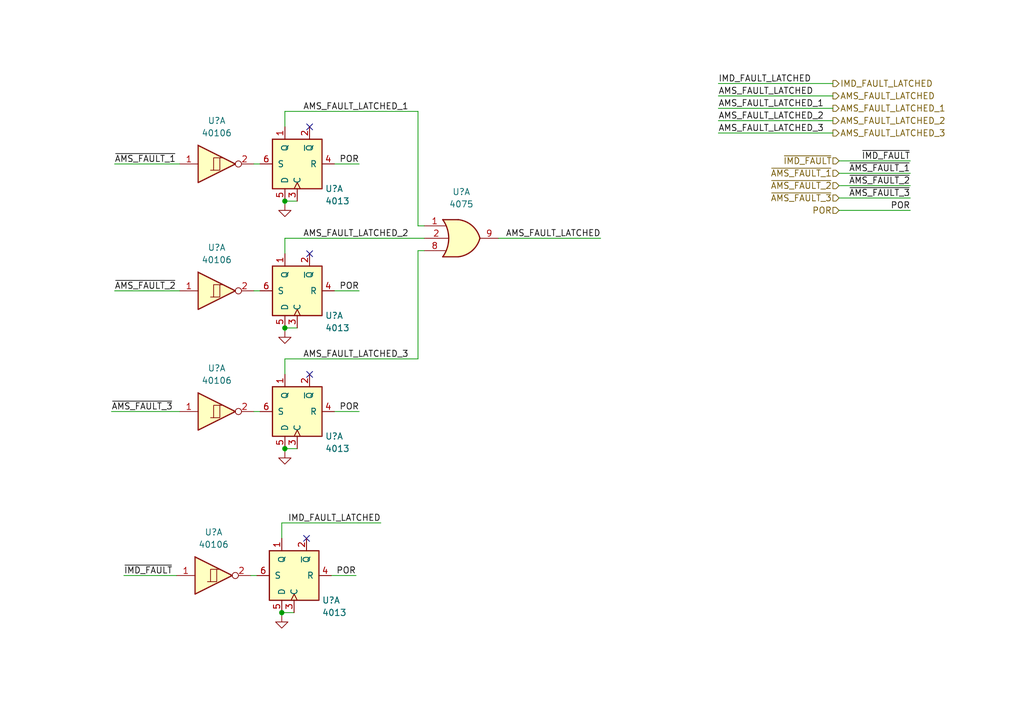
<source format=kicad_sch>
(kicad_sch (version 20211123) (generator eeschema)

  (uuid 3968f10b-7813-46ad-b30a-e2fc13813741)

  (paper "A5")

  (lib_symbols
    (symbol "4xxx:40106" (pin_names (offset 1.016)) (in_bom yes) (on_board yes)
      (property "Reference" "U" (id 0) (at 0 1.27 0)
        (effects (font (size 1.27 1.27)))
      )
      (property "Value" "40106" (id 1) (at 0 -1.27 0)
        (effects (font (size 1.27 1.27)))
      )
      (property "Footprint" "" (id 2) (at 0 0 0)
        (effects (font (size 1.27 1.27)) hide)
      )
      (property "Datasheet" "https://assets.nexperia.com/documents/data-sheet/HEF40106B.pdf" (id 3) (at 0 0 0)
        (effects (font (size 1.27 1.27)) hide)
      )
      (property "ki_locked" "" (id 4) (at 0 0 0)
        (effects (font (size 1.27 1.27)))
      )
      (property "ki_keywords" "CMOS" (id 5) (at 0 0 0)
        (effects (font (size 1.27 1.27)) hide)
      )
      (property "ki_description" "Hex Schmitt trigger inverter" (id 6) (at 0 0 0)
        (effects (font (size 1.27 1.27)) hide)
      )
      (property "ki_fp_filters" "DIP?14*" (id 7) (at 0 0 0)
        (effects (font (size 1.27 1.27)) hide)
      )
      (symbol "40106_1_0"
        (polyline
          (pts
            (xy -0.635 -1.27)
            (xy -0.635 1.27)
            (xy 0.635 1.27)
          )
          (stroke (width 0) (type default) (color 0 0 0 0))
          (fill (type none))
        )
        (polyline
          (pts
            (xy -3.81 3.81)
            (xy -3.81 -3.81)
            (xy 3.81 0)
            (xy -3.81 3.81)
          )
          (stroke (width 0.254) (type default) (color 0 0 0 0))
          (fill (type background))
        )
        (polyline
          (pts
            (xy -1.27 -1.27)
            (xy 0.635 -1.27)
            (xy 0.635 1.27)
            (xy 1.27 1.27)
          )
          (stroke (width 0) (type default) (color 0 0 0 0))
          (fill (type none))
        )
        (pin input line (at -7.62 0 0) (length 3.81)
          (name "~" (effects (font (size 1.27 1.27))))
          (number "1" (effects (font (size 1.27 1.27))))
        )
        (pin output inverted (at 7.62 0 180) (length 3.81)
          (name "~" (effects (font (size 1.27 1.27))))
          (number "2" (effects (font (size 1.27 1.27))))
        )
      )
      (symbol "40106_2_0"
        (polyline
          (pts
            (xy -0.635 -1.27)
            (xy -0.635 1.27)
            (xy 0.635 1.27)
          )
          (stroke (width 0) (type default) (color 0 0 0 0))
          (fill (type none))
        )
        (polyline
          (pts
            (xy -3.81 3.81)
            (xy -3.81 -3.81)
            (xy 3.81 0)
            (xy -3.81 3.81)
          )
          (stroke (width 0.254) (type default) (color 0 0 0 0))
          (fill (type background))
        )
        (polyline
          (pts
            (xy -1.27 -1.27)
            (xy 0.635 -1.27)
            (xy 0.635 1.27)
            (xy 1.27 1.27)
          )
          (stroke (width 0) (type default) (color 0 0 0 0))
          (fill (type none))
        )
        (pin input line (at -7.62 0 0) (length 3.81)
          (name "~" (effects (font (size 1.27 1.27))))
          (number "3" (effects (font (size 1.27 1.27))))
        )
        (pin output inverted (at 7.62 0 180) (length 3.81)
          (name "~" (effects (font (size 1.27 1.27))))
          (number "4" (effects (font (size 1.27 1.27))))
        )
      )
      (symbol "40106_3_0"
        (polyline
          (pts
            (xy -0.635 -1.27)
            (xy -0.635 1.27)
            (xy 0.635 1.27)
          )
          (stroke (width 0) (type default) (color 0 0 0 0))
          (fill (type none))
        )
        (polyline
          (pts
            (xy -3.81 3.81)
            (xy -3.81 -3.81)
            (xy 3.81 0)
            (xy -3.81 3.81)
          )
          (stroke (width 0.254) (type default) (color 0 0 0 0))
          (fill (type background))
        )
        (polyline
          (pts
            (xy -1.27 -1.27)
            (xy 0.635 -1.27)
            (xy 0.635 1.27)
            (xy 1.27 1.27)
          )
          (stroke (width 0) (type default) (color 0 0 0 0))
          (fill (type none))
        )
        (pin input line (at -7.62 0 0) (length 3.81)
          (name "~" (effects (font (size 1.27 1.27))))
          (number "5" (effects (font (size 1.27 1.27))))
        )
        (pin output inverted (at 7.62 0 180) (length 3.81)
          (name "~" (effects (font (size 1.27 1.27))))
          (number "6" (effects (font (size 1.27 1.27))))
        )
      )
      (symbol "40106_4_0"
        (polyline
          (pts
            (xy -0.635 -1.27)
            (xy -0.635 1.27)
            (xy 0.635 1.27)
          )
          (stroke (width 0) (type default) (color 0 0 0 0))
          (fill (type none))
        )
        (polyline
          (pts
            (xy -3.81 3.81)
            (xy -3.81 -3.81)
            (xy 3.81 0)
            (xy -3.81 3.81)
          )
          (stroke (width 0.254) (type default) (color 0 0 0 0))
          (fill (type background))
        )
        (polyline
          (pts
            (xy -1.27 -1.27)
            (xy 0.635 -1.27)
            (xy 0.635 1.27)
            (xy 1.27 1.27)
          )
          (stroke (width 0) (type default) (color 0 0 0 0))
          (fill (type none))
        )
        (pin output inverted (at 7.62 0 180) (length 3.81)
          (name "~" (effects (font (size 1.27 1.27))))
          (number "8" (effects (font (size 1.27 1.27))))
        )
        (pin input line (at -7.62 0 0) (length 3.81)
          (name "~" (effects (font (size 1.27 1.27))))
          (number "9" (effects (font (size 1.27 1.27))))
        )
      )
      (symbol "40106_5_0"
        (polyline
          (pts
            (xy -0.635 -1.27)
            (xy -0.635 1.27)
            (xy 0.635 1.27)
          )
          (stroke (width 0) (type default) (color 0 0 0 0))
          (fill (type none))
        )
        (polyline
          (pts
            (xy -3.81 3.81)
            (xy -3.81 -3.81)
            (xy 3.81 0)
            (xy -3.81 3.81)
          )
          (stroke (width 0.254) (type default) (color 0 0 0 0))
          (fill (type background))
        )
        (polyline
          (pts
            (xy -1.27 -1.27)
            (xy 0.635 -1.27)
            (xy 0.635 1.27)
            (xy 1.27 1.27)
          )
          (stroke (width 0) (type default) (color 0 0 0 0))
          (fill (type none))
        )
        (pin output inverted (at 7.62 0 180) (length 3.81)
          (name "~" (effects (font (size 1.27 1.27))))
          (number "10" (effects (font (size 1.27 1.27))))
        )
        (pin input line (at -7.62 0 0) (length 3.81)
          (name "~" (effects (font (size 1.27 1.27))))
          (number "11" (effects (font (size 1.27 1.27))))
        )
      )
      (symbol "40106_6_0"
        (polyline
          (pts
            (xy -0.635 -1.27)
            (xy -0.635 1.27)
            (xy 0.635 1.27)
          )
          (stroke (width 0) (type default) (color 0 0 0 0))
          (fill (type none))
        )
        (polyline
          (pts
            (xy -3.81 3.81)
            (xy -3.81 -3.81)
            (xy 3.81 0)
            (xy -3.81 3.81)
          )
          (stroke (width 0.254) (type default) (color 0 0 0 0))
          (fill (type background))
        )
        (polyline
          (pts
            (xy -1.27 -1.27)
            (xy 0.635 -1.27)
            (xy 0.635 1.27)
            (xy 1.27 1.27)
          )
          (stroke (width 0) (type default) (color 0 0 0 0))
          (fill (type none))
        )
        (pin output inverted (at 7.62 0 180) (length 3.81)
          (name "~" (effects (font (size 1.27 1.27))))
          (number "12" (effects (font (size 1.27 1.27))))
        )
        (pin input line (at -7.62 0 0) (length 3.81)
          (name "~" (effects (font (size 1.27 1.27))))
          (number "13" (effects (font (size 1.27 1.27))))
        )
      )
      (symbol "40106_7_0"
        (pin power_in line (at 0 12.7 270) (length 5.08)
          (name "VDD" (effects (font (size 1.27 1.27))))
          (number "14" (effects (font (size 1.27 1.27))))
        )
        (pin power_in line (at 0 -12.7 90) (length 5.08)
          (name "VSS" (effects (font (size 1.27 1.27))))
          (number "7" (effects (font (size 1.27 1.27))))
        )
      )
      (symbol "40106_7_1"
        (rectangle (start -5.08 7.62) (end 5.08 -7.62)
          (stroke (width 0.254) (type default) (color 0 0 0 0))
          (fill (type background))
        )
      )
    )
    (symbol "4xxx:4013" (pin_names (offset 1.016)) (in_bom yes) (on_board yes)
      (property "Reference" "U" (id 0) (at -7.62 8.89 0)
        (effects (font (size 1.27 1.27)))
      )
      (property "Value" "4013" (id 1) (at -7.62 -8.89 0)
        (effects (font (size 1.27 1.27)))
      )
      (property "Footprint" "" (id 2) (at 0 0 0)
        (effects (font (size 1.27 1.27)) hide)
      )
      (property "Datasheet" "http://www.onsemi.com/pub/Collateral/MC14013B-D.PDF" (id 3) (at 0 0 0)
        (effects (font (size 1.27 1.27)) hide)
      )
      (property "ki_locked" "" (id 4) (at 0 0 0)
        (effects (font (size 1.27 1.27)))
      )
      (property "ki_keywords" "CMOS DFF" (id 5) (at 0 0 0)
        (effects (font (size 1.27 1.27)) hide)
      )
      (property "ki_description" "Dual D  FlipFlop, Set & reset" (id 6) (at 0 0 0)
        (effects (font (size 1.27 1.27)) hide)
      )
      (property "ki_fp_filters" "DIP*W7.62mm* SOIC*3.9x9.9mm*P1.27mm* TSSOP*4.4x5mm*P0.65mm*" (id 7) (at 0 0 0)
        (effects (font (size 1.27 1.27)) hide)
      )
      (symbol "4013_1_1"
        (rectangle (start -5.08 5.08) (end 5.08 -5.08)
          (stroke (width 0.254) (type default) (color 0 0 0 0))
          (fill (type background))
        )
        (pin output line (at 7.62 2.54 180) (length 2.54)
          (name "Q" (effects (font (size 1.27 1.27))))
          (number "1" (effects (font (size 1.27 1.27))))
        )
        (pin output line (at 7.62 -2.54 180) (length 2.54)
          (name "~{Q}" (effects (font (size 1.27 1.27))))
          (number "2" (effects (font (size 1.27 1.27))))
        )
        (pin input clock (at -7.62 0 0) (length 2.54)
          (name "C" (effects (font (size 1.27 1.27))))
          (number "3" (effects (font (size 1.27 1.27))))
        )
        (pin input line (at 0 -7.62 90) (length 2.54)
          (name "R" (effects (font (size 1.27 1.27))))
          (number "4" (effects (font (size 1.27 1.27))))
        )
        (pin input line (at -7.62 2.54 0) (length 2.54)
          (name "D" (effects (font (size 1.27 1.27))))
          (number "5" (effects (font (size 1.27 1.27))))
        )
        (pin input line (at 0 7.62 270) (length 2.54)
          (name "S" (effects (font (size 1.27 1.27))))
          (number "6" (effects (font (size 1.27 1.27))))
        )
      )
      (symbol "4013_2_1"
        (rectangle (start -5.08 5.08) (end 5.08 -5.08)
          (stroke (width 0.254) (type default) (color 0 0 0 0))
          (fill (type background))
        )
        (pin input line (at 0 -7.62 90) (length 2.54)
          (name "R" (effects (font (size 1.27 1.27))))
          (number "10" (effects (font (size 1.27 1.27))))
        )
        (pin input clock (at -7.62 0 0) (length 2.54)
          (name "C" (effects (font (size 1.27 1.27))))
          (number "11" (effects (font (size 1.27 1.27))))
        )
        (pin output line (at 7.62 -2.54 180) (length 2.54)
          (name "~{Q}" (effects (font (size 1.27 1.27))))
          (number "12" (effects (font (size 1.27 1.27))))
        )
        (pin output line (at 7.62 2.54 180) (length 2.54)
          (name "Q" (effects (font (size 1.27 1.27))))
          (number "13" (effects (font (size 1.27 1.27))))
        )
        (pin input line (at 0 7.62 270) (length 2.54)
          (name "S" (effects (font (size 1.27 1.27))))
          (number "8" (effects (font (size 1.27 1.27))))
        )
        (pin input line (at -7.62 2.54 0) (length 2.54)
          (name "D" (effects (font (size 1.27 1.27))))
          (number "9" (effects (font (size 1.27 1.27))))
        )
      )
      (symbol "4013_3_0"
        (pin power_in line (at 0 10.16 270) (length 2.54)
          (name "VDD" (effects (font (size 1.27 1.27))))
          (number "14" (effects (font (size 1.27 1.27))))
        )
        (pin power_in line (at 0 -10.16 90) (length 2.54)
          (name "VSS" (effects (font (size 1.27 1.27))))
          (number "7" (effects (font (size 1.27 1.27))))
        )
      )
      (symbol "4013_3_1"
        (rectangle (start -5.08 7.62) (end 5.08 -7.62)
          (stroke (width 0.254) (type default) (color 0 0 0 0))
          (fill (type background))
        )
      )
    )
    (symbol "4xxx:4075" (pin_names (offset 1.016)) (in_bom yes) (on_board yes)
      (property "Reference" "U" (id 0) (at 0 1.27 0)
        (effects (font (size 1.27 1.27)))
      )
      (property "Value" "4075" (id 1) (at 0 -1.27 0)
        (effects (font (size 1.27 1.27)))
      )
      (property "Footprint" "" (id 2) (at 0 0 0)
        (effects (font (size 1.27 1.27)) hide)
      )
      (property "Datasheet" "http://www.intersil.com/content/dam/Intersil/documents/cd40/cd4071bms-72bms-75bms.pdf" (id 3) (at 0 0 0)
        (effects (font (size 1.27 1.27)) hide)
      )
      (property "ki_locked" "" (id 4) (at 0 0 0)
        (effects (font (size 1.27 1.27)))
      )
      (property "ki_keywords" "CMOS Or3" (id 5) (at 0 0 0)
        (effects (font (size 1.27 1.27)) hide)
      )
      (property "ki_description" "Triple Or 3 inputs" (id 6) (at 0 0 0)
        (effects (font (size 1.27 1.27)) hide)
      )
      (property "ki_fp_filters" "DIP?14*" (id 7) (at 0 0 0)
        (effects (font (size 1.27 1.27)) hide)
      )
      (symbol "4075_1_1"
        (arc (start -3.81 -3.81) (mid -2.589 0) (end -3.81 3.81)
          (stroke (width 0.254) (type default) (color 0 0 0 0))
          (fill (type none))
        )
        (arc (start -0.6096 -3.81) (mid 2.1855 -2.584) (end 3.81 0)
          (stroke (width 0.254) (type default) (color 0 0 0 0))
          (fill (type background))
        )
        (polyline
          (pts
            (xy -3.81 -3.81)
            (xy -0.635 -3.81)
          )
          (stroke (width 0.254) (type default) (color 0 0 0 0))
          (fill (type background))
        )
        (polyline
          (pts
            (xy -3.81 3.81)
            (xy -0.635 3.81)
          )
          (stroke (width 0.254) (type default) (color 0 0 0 0))
          (fill (type background))
        )
        (polyline
          (pts
            (xy -0.635 3.81)
            (xy -3.81 3.81)
            (xy -3.81 3.81)
            (xy -3.556 3.4036)
            (xy -3.0226 2.2606)
            (xy -2.6924 1.0414)
            (xy -2.6162 -0.254)
            (xy -2.7686 -1.4986)
            (xy -3.175 -2.7178)
            (xy -3.81 -3.81)
            (xy -3.81 -3.81)
            (xy -0.635 -3.81)
          )
          (stroke (width -25.4) (type default) (color 0 0 0 0))
          (fill (type background))
        )
        (arc (start 3.81 0) (mid 2.1928 2.5925) (end -0.6096 3.81)
          (stroke (width 0.254) (type default) (color 0 0 0 0))
          (fill (type background))
        )
        (pin input line (at -7.62 2.54 0) (length 4.318)
          (name "~" (effects (font (size 1.27 1.27))))
          (number "1" (effects (font (size 1.27 1.27))))
        )
        (pin input line (at -7.62 0 0) (length 4.953)
          (name "~" (effects (font (size 1.27 1.27))))
          (number "2" (effects (font (size 1.27 1.27))))
        )
        (pin input line (at -7.62 -2.54 0) (length 4.318)
          (name "~" (effects (font (size 1.27 1.27))))
          (number "8" (effects (font (size 1.27 1.27))))
        )
        (pin output line (at 7.62 0 180) (length 3.81)
          (name "~" (effects (font (size 1.27 1.27))))
          (number "9" (effects (font (size 1.27 1.27))))
        )
      )
      (symbol "4075_1_2"
        (arc (start 0 -3.81) (mid 3.81 0) (end 0 3.81)
          (stroke (width 0.254) (type default) (color 0 0 0 0))
          (fill (type background))
        )
        (polyline
          (pts
            (xy 0 3.81)
            (xy -3.81 3.81)
            (xy -3.81 -3.81)
            (xy 0 -3.81)
          )
          (stroke (width 0.254) (type default) (color 0 0 0 0))
          (fill (type background))
        )
        (pin input inverted (at -7.62 2.54 0) (length 3.81)
          (name "~" (effects (font (size 1.27 1.27))))
          (number "1" (effects (font (size 1.27 1.27))))
        )
        (pin input inverted (at -7.62 0 0) (length 3.81)
          (name "~" (effects (font (size 1.27 1.27))))
          (number "2" (effects (font (size 1.27 1.27))))
        )
        (pin input inverted (at -7.62 -2.54 0) (length 3.81)
          (name "~" (effects (font (size 1.27 1.27))))
          (number "8" (effects (font (size 1.27 1.27))))
        )
        (pin output inverted (at 7.62 0 180) (length 3.81)
          (name "~" (effects (font (size 1.27 1.27))))
          (number "9" (effects (font (size 1.27 1.27))))
        )
      )
      (symbol "4075_2_1"
        (arc (start -3.81 -3.81) (mid -2.589 0) (end -3.81 3.81)
          (stroke (width 0.254) (type default) (color 0 0 0 0))
          (fill (type none))
        )
        (arc (start -0.6096 -3.81) (mid 2.1855 -2.584) (end 3.81 0)
          (stroke (width 0.254) (type default) (color 0 0 0 0))
          (fill (type background))
        )
        (polyline
          (pts
            (xy -3.81 -3.81)
            (xy -0.635 -3.81)
          )
          (stroke (width 0.254) (type default) (color 0 0 0 0))
          (fill (type background))
        )
        (polyline
          (pts
            (xy -3.81 3.81)
            (xy -0.635 3.81)
          )
          (stroke (width 0.254) (type default) (color 0 0 0 0))
          (fill (type background))
        )
        (polyline
          (pts
            (xy -0.635 3.81)
            (xy -3.81 3.81)
            (xy -3.81 3.81)
            (xy -3.556 3.4036)
            (xy -3.0226 2.2606)
            (xy -2.6924 1.0414)
            (xy -2.6162 -0.254)
            (xy -2.7686 -1.4986)
            (xy -3.175 -2.7178)
            (xy -3.81 -3.81)
            (xy -3.81 -3.81)
            (xy -0.635 -3.81)
          )
          (stroke (width -25.4) (type default) (color 0 0 0 0))
          (fill (type background))
        )
        (arc (start 3.81 0) (mid 2.1928 2.5925) (end -0.6096 3.81)
          (stroke (width 0.254) (type default) (color 0 0 0 0))
          (fill (type background))
        )
        (pin input line (at -7.62 2.54 0) (length 4.318)
          (name "~" (effects (font (size 1.27 1.27))))
          (number "3" (effects (font (size 1.27 1.27))))
        )
        (pin input line (at -7.62 0 0) (length 4.953)
          (name "~" (effects (font (size 1.27 1.27))))
          (number "4" (effects (font (size 1.27 1.27))))
        )
        (pin input line (at -7.62 -2.54 0) (length 4.318)
          (name "~" (effects (font (size 1.27 1.27))))
          (number "5" (effects (font (size 1.27 1.27))))
        )
        (pin output line (at 7.62 0 180) (length 3.81)
          (name "~" (effects (font (size 1.27 1.27))))
          (number "6" (effects (font (size 1.27 1.27))))
        )
      )
      (symbol "4075_2_2"
        (arc (start 0 -3.81) (mid 3.81 0) (end 0 3.81)
          (stroke (width 0.254) (type default) (color 0 0 0 0))
          (fill (type background))
        )
        (polyline
          (pts
            (xy 0 3.81)
            (xy -3.81 3.81)
            (xy -3.81 -3.81)
            (xy 0 -3.81)
          )
          (stroke (width 0.254) (type default) (color 0 0 0 0))
          (fill (type background))
        )
        (pin input inverted (at -7.62 2.54 0) (length 3.81)
          (name "~" (effects (font (size 1.27 1.27))))
          (number "3" (effects (font (size 1.27 1.27))))
        )
        (pin input inverted (at -7.62 0 0) (length 3.81)
          (name "~" (effects (font (size 1.27 1.27))))
          (number "4" (effects (font (size 1.27 1.27))))
        )
        (pin input inverted (at -7.62 -2.54 0) (length 3.81)
          (name "~" (effects (font (size 1.27 1.27))))
          (number "5" (effects (font (size 1.27 1.27))))
        )
        (pin output inverted (at 7.62 0 180) (length 3.81)
          (name "~" (effects (font (size 1.27 1.27))))
          (number "6" (effects (font (size 1.27 1.27))))
        )
      )
      (symbol "4075_3_1"
        (arc (start -3.81 -3.81) (mid -2.589 0) (end -3.81 3.81)
          (stroke (width 0.254) (type default) (color 0 0 0 0))
          (fill (type none))
        )
        (arc (start -0.6096 -3.81) (mid 2.1855 -2.584) (end 3.81 0)
          (stroke (width 0.254) (type default) (color 0 0 0 0))
          (fill (type background))
        )
        (polyline
          (pts
            (xy -3.81 -3.81)
            (xy -0.635 -3.81)
          )
          (stroke (width 0.254) (type default) (color 0 0 0 0))
          (fill (type background))
        )
        (polyline
          (pts
            (xy -3.81 3.81)
            (xy -0.635 3.81)
          )
          (stroke (width 0.254) (type default) (color 0 0 0 0))
          (fill (type background))
        )
        (polyline
          (pts
            (xy -0.635 3.81)
            (xy -3.81 3.81)
            (xy -3.81 3.81)
            (xy -3.556 3.4036)
            (xy -3.0226 2.2606)
            (xy -2.6924 1.0414)
            (xy -2.6162 -0.254)
            (xy -2.7686 -1.4986)
            (xy -3.175 -2.7178)
            (xy -3.81 -3.81)
            (xy -3.81 -3.81)
            (xy -0.635 -3.81)
          )
          (stroke (width -25.4) (type default) (color 0 0 0 0))
          (fill (type background))
        )
        (arc (start 3.81 0) (mid 2.1928 2.5925) (end -0.6096 3.81)
          (stroke (width 0.254) (type default) (color 0 0 0 0))
          (fill (type background))
        )
        (pin output line (at 7.62 0 180) (length 3.81)
          (name "~" (effects (font (size 1.27 1.27))))
          (number "10" (effects (font (size 1.27 1.27))))
        )
        (pin input line (at -7.62 2.54 0) (length 4.318)
          (name "~" (effects (font (size 1.27 1.27))))
          (number "11" (effects (font (size 1.27 1.27))))
        )
        (pin input line (at -7.62 0 0) (length 4.953)
          (name "~" (effects (font (size 1.27 1.27))))
          (number "12" (effects (font (size 1.27 1.27))))
        )
        (pin input line (at -7.62 -2.54 0) (length 4.318)
          (name "~" (effects (font (size 1.27 1.27))))
          (number "13" (effects (font (size 1.27 1.27))))
        )
      )
      (symbol "4075_3_2"
        (arc (start 0 -3.81) (mid 3.81 0) (end 0 3.81)
          (stroke (width 0.254) (type default) (color 0 0 0 0))
          (fill (type background))
        )
        (polyline
          (pts
            (xy 0 3.81)
            (xy -3.81 3.81)
            (xy -3.81 -3.81)
            (xy 0 -3.81)
          )
          (stroke (width 0.254) (type default) (color 0 0 0 0))
          (fill (type background))
        )
        (pin output inverted (at 7.62 0 180) (length 3.81)
          (name "~" (effects (font (size 1.27 1.27))))
          (number "10" (effects (font (size 1.27 1.27))))
        )
        (pin input inverted (at -7.62 2.54 0) (length 3.81)
          (name "~" (effects (font (size 1.27 1.27))))
          (number "11" (effects (font (size 1.27 1.27))))
        )
        (pin input inverted (at -7.62 0 0) (length 3.81)
          (name "~" (effects (font (size 1.27 1.27))))
          (number "12" (effects (font (size 1.27 1.27))))
        )
        (pin input inverted (at -7.62 -2.54 0) (length 3.81)
          (name "~" (effects (font (size 1.27 1.27))))
          (number "13" (effects (font (size 1.27 1.27))))
        )
      )
      (symbol "4075_4_0"
        (pin power_in line (at 0 12.7 270) (length 5.08)
          (name "VDD" (effects (font (size 1.27 1.27))))
          (number "14" (effects (font (size 1.27 1.27))))
        )
        (pin power_in line (at 0 -12.7 90) (length 5.08)
          (name "VSS" (effects (font (size 1.27 1.27))))
          (number "7" (effects (font (size 1.27 1.27))))
        )
      )
      (symbol "4075_4_1"
        (rectangle (start -5.08 7.62) (end 5.08 -7.62)
          (stroke (width 0.254) (type default) (color 0 0 0 0))
          (fill (type background))
        )
      )
    )
    (symbol "power:GND" (power) (pin_names (offset 0)) (in_bom yes) (on_board yes)
      (property "Reference" "#PWR" (id 0) (at 0 -6.35 0)
        (effects (font (size 1.27 1.27)) hide)
      )
      (property "Value" "GND" (id 1) (at 0 -3.81 0)
        (effects (font (size 1.27 1.27)))
      )
      (property "Footprint" "" (id 2) (at 0 0 0)
        (effects (font (size 1.27 1.27)) hide)
      )
      (property "Datasheet" "" (id 3) (at 0 0 0)
        (effects (font (size 1.27 1.27)) hide)
      )
      (property "ki_keywords" "power-flag" (id 4) (at 0 0 0)
        (effects (font (size 1.27 1.27)) hide)
      )
      (property "ki_description" "Power symbol creates a global label with name \"GND\" , ground" (id 5) (at 0 0 0)
        (effects (font (size 1.27 1.27)) hide)
      )
      (symbol "GND_0_1"
        (polyline
          (pts
            (xy 0 0)
            (xy 0 -1.27)
            (xy 1.27 -1.27)
            (xy 0 -2.54)
            (xy -1.27 -1.27)
            (xy 0 -1.27)
          )
          (stroke (width 0) (type default) (color 0 0 0 0))
          (fill (type none))
        )
      )
      (symbol "GND_1_1"
        (pin power_in line (at 0 0 270) (length 0) hide
          (name "GND" (effects (font (size 1.27 1.27))))
          (number "1" (effects (font (size 1.27 1.27))))
        )
      )
    )
  )

  (junction (at 58.42 41.275) (diameter 0) (color 0 0 0 0)
    (uuid 4c70ec1e-285d-4f51-aa33-36dc2abb72c4)
  )
  (junction (at 58.42 92.075) (diameter 0) (color 0 0 0 0)
    (uuid 9992eef9-318c-42d8-a308-f65d1bb4234a)
  )
  (junction (at 58.42 67.31) (diameter 0) (color 0 0 0 0)
    (uuid b2dbacfd-bfb0-4dc3-adbe-6d96f1b87089)
  )
  (junction (at 57.785 125.73) (diameter 0) (color 0 0 0 0)
    (uuid bab37cc9-e1c3-4cf4-acc5-690a6fcb4e62)
  )

  (no_connect (at 63.5 52.07) (uuid 57f64fd9-b4f4-4300-a24d-34504719aacd))
  (no_connect (at 63.5 76.835) (uuid 77379f5a-e532-42fe-9600-755cc2f6f924))
  (no_connect (at 62.865 110.49) (uuid d658262f-9ca0-4e73-a34e-d5582722e712))
  (no_connect (at 63.5 26.035) (uuid e54770fa-3858-4cb1-b94d-c30385666213))

  (wire (pts (xy 67.945 118.11) (xy 73.025 118.11))
    (stroke (width 0) (type default) (color 0 0 0 0))
    (uuid 043e57d0-859c-4e9b-9bd1-d1f90d738f96)
  )
  (wire (pts (xy 57.785 125.73) (xy 60.325 125.73))
    (stroke (width 0) (type default) (color 0 0 0 0))
    (uuid 0d338005-91ce-46a2-bf0f-fce8e56a988b)
  )
  (wire (pts (xy 102.235 48.895) (xy 123.19 48.895))
    (stroke (width 0) (type default) (color 0 0 0 0))
    (uuid 0d719214-8315-4f39-9a95-d27a22f5cda2)
  )
  (wire (pts (xy 58.42 52.07) (xy 58.42 48.895))
    (stroke (width 0) (type default) (color 0 0 0 0))
    (uuid 189918c2-9e32-4dff-be4e-34b539c75614)
  )
  (wire (pts (xy 23.495 33.655) (xy 36.83 33.655))
    (stroke (width 0) (type default) (color 0 0 0 0))
    (uuid 24681ba1-1bb2-4042-a06a-9e92a2c18837)
  )
  (wire (pts (xy 58.42 67.945) (xy 58.42 67.31))
    (stroke (width 0) (type default) (color 0 0 0 0))
    (uuid 298d5811-6de1-46d1-b8cd-19ef390dbd53)
  )
  (wire (pts (xy 85.725 22.86) (xy 85.725 46.355))
    (stroke (width 0) (type default) (color 0 0 0 0))
    (uuid 2a52d17c-e0a0-4819-b5bf-9e074c3b4789)
  )
  (wire (pts (xy 86.995 51.435) (xy 85.725 51.435))
    (stroke (width 0) (type default) (color 0 0 0 0))
    (uuid 2d7f20cc-ed76-4599-ae23-8f14052b9d0c)
  )
  (wire (pts (xy 58.42 73.66) (xy 85.725 73.66))
    (stroke (width 0) (type default) (color 0 0 0 0))
    (uuid 312b0f30-0f2e-4004-8787-d08032a7b555)
  )
  (wire (pts (xy 25.4 118.11) (xy 36.195 118.11))
    (stroke (width 0) (type default) (color 0 0 0 0))
    (uuid 363baedd-adc7-4bfb-8d25-a9b74cec097c)
  )
  (wire (pts (xy 52.07 33.655) (xy 53.34 33.655))
    (stroke (width 0) (type default) (color 0 0 0 0))
    (uuid 39b3d980-c5f1-4ecb-9386-42645ce62c4a)
  )
  (wire (pts (xy 85.725 51.435) (xy 85.725 73.66))
    (stroke (width 0) (type default) (color 0 0 0 0))
    (uuid 39ed92fc-a6ad-4bec-b5cb-7fb90bf971ea)
  )
  (wire (pts (xy 147.32 22.225) (xy 170.815 22.225))
    (stroke (width 0) (type default) (color 0 0 0 0))
    (uuid 3b8351c6-2e21-494f-b2b5-0a73709de55a)
  )
  (wire (pts (xy 58.42 48.895) (xy 86.995 48.895))
    (stroke (width 0) (type default) (color 0 0 0 0))
    (uuid 4050c97a-1e8a-4694-b652-d2a2bd82c011)
  )
  (wire (pts (xy 172.085 38.1) (xy 186.69 38.1))
    (stroke (width 0) (type default) (color 0 0 0 0))
    (uuid 49cffaac-61de-4f00-b5df-ae0d0e001d6a)
  )
  (wire (pts (xy 186.69 43.18) (xy 172.085 43.18))
    (stroke (width 0) (type default) (color 0 0 0 0))
    (uuid 5c608cd0-b21f-49b3-9bf1-06592885b732)
  )
  (wire (pts (xy 58.42 67.31) (xy 60.96 67.31))
    (stroke (width 0) (type default) (color 0 0 0 0))
    (uuid 624230bb-dbc2-4f85-82ad-945d9f68b71f)
  )
  (wire (pts (xy 172.085 33.02) (xy 186.69 33.02))
    (stroke (width 0) (type default) (color 0 0 0 0))
    (uuid 6821136e-4ae7-4ba3-96c1-3683b07c0e63)
  )
  (wire (pts (xy 58.42 41.91) (xy 58.42 41.275))
    (stroke (width 0) (type default) (color 0 0 0 0))
    (uuid 75679443-4802-4b5e-899a-6986df78197a)
  )
  (wire (pts (xy 58.42 26.035) (xy 58.42 22.86))
    (stroke (width 0) (type default) (color 0 0 0 0))
    (uuid 769b672c-40b9-4a78-9fec-752e951c33a7)
  )
  (wire (pts (xy 58.42 76.835) (xy 58.42 73.66))
    (stroke (width 0) (type default) (color 0 0 0 0))
    (uuid 7b69e13e-e4b5-4ddd-b193-b50825d825c8)
  )
  (wire (pts (xy 68.58 84.455) (xy 73.66 84.455))
    (stroke (width 0) (type default) (color 0 0 0 0))
    (uuid 82d2bebd-af29-43d2-98b2-4bd1ffd14f6b)
  )
  (wire (pts (xy 68.58 59.69) (xy 73.66 59.69))
    (stroke (width 0) (type default) (color 0 0 0 0))
    (uuid 8e280019-003d-4a2f-8dd9-c3837792fb0c)
  )
  (wire (pts (xy 57.785 107.315) (xy 78.105 107.315))
    (stroke (width 0) (type default) (color 0 0 0 0))
    (uuid a00b71e4-12c4-4d84-b147-46aba3478221)
  )
  (wire (pts (xy 52.07 59.69) (xy 53.34 59.69))
    (stroke (width 0) (type default) (color 0 0 0 0))
    (uuid a153462c-85ac-42a2-be58-f593cd8c8ae1)
  )
  (wire (pts (xy 22.86 84.455) (xy 36.83 84.455))
    (stroke (width 0) (type default) (color 0 0 0 0))
    (uuid a450ed0e-d3d2-49ab-85e8-038eeb1a4c10)
  )
  (wire (pts (xy 68.58 33.655) (xy 73.66 33.655))
    (stroke (width 0) (type default) (color 0 0 0 0))
    (uuid a48178ba-d97c-4f39-95d4-cdc5fe823f2a)
  )
  (wire (pts (xy 58.42 41.275) (xy 60.96 41.275))
    (stroke (width 0) (type default) (color 0 0 0 0))
    (uuid a5c55a35-acec-4907-b79d-78cea379e20d)
  )
  (wire (pts (xy 57.785 110.49) (xy 57.785 107.315))
    (stroke (width 0) (type default) (color 0 0 0 0))
    (uuid b0fdcd7f-6f40-480b-9ed2-bc29c6a00af3)
  )
  (wire (pts (xy 52.07 84.455) (xy 53.34 84.455))
    (stroke (width 0) (type default) (color 0 0 0 0))
    (uuid bf0c7b37-b111-48a7-9d54-756e69867d21)
  )
  (wire (pts (xy 23.495 59.69) (xy 36.83 59.69))
    (stroke (width 0) (type default) (color 0 0 0 0))
    (uuid c3a7005e-e6c2-4811-96cc-56345c692118)
  )
  (wire (pts (xy 172.085 35.56) (xy 186.69 35.56))
    (stroke (width 0) (type default) (color 0 0 0 0))
    (uuid c7cc8e7c-62fd-4758-be53-e596203db6e6)
  )
  (wire (pts (xy 147.32 17.145) (xy 170.815 17.145))
    (stroke (width 0) (type default) (color 0 0 0 0))
    (uuid c927a62b-5040-42bc-9abc-e66f2881fedc)
  )
  (wire (pts (xy 58.42 92.075) (xy 60.96 92.075))
    (stroke (width 0) (type default) (color 0 0 0 0))
    (uuid ca1a4266-8f33-4934-9c72-ebd515776355)
  )
  (wire (pts (xy 58.42 22.86) (xy 85.725 22.86))
    (stroke (width 0) (type default) (color 0 0 0 0))
    (uuid cd48aa78-6b35-4a92-ba23-4c76fa39a461)
  )
  (wire (pts (xy 147.32 19.685) (xy 170.815 19.685))
    (stroke (width 0) (type default) (color 0 0 0 0))
    (uuid d1acb31f-c357-4e77-af26-ef1263bee7e3)
  )
  (wire (pts (xy 51.435 118.11) (xy 52.705 118.11))
    (stroke (width 0) (type default) (color 0 0 0 0))
    (uuid d677dcb7-3cce-45f3-aacb-e61476bb618f)
  )
  (wire (pts (xy 172.085 40.64) (xy 186.69 40.64))
    (stroke (width 0) (type default) (color 0 0 0 0))
    (uuid dc601909-e4bc-417e-8e7a-dcbcab47896e)
  )
  (wire (pts (xy 58.42 92.71) (xy 58.42 92.075))
    (stroke (width 0) (type default) (color 0 0 0 0))
    (uuid ece7c512-563b-4f9a-9c8a-4dba74744eb2)
  )
  (wire (pts (xy 85.725 46.355) (xy 86.995 46.355))
    (stroke (width 0) (type default) (color 0 0 0 0))
    (uuid f142735a-9269-49bd-84b0-3eec9e679e4b)
  )
  (wire (pts (xy 147.32 27.305) (xy 170.815 27.305))
    (stroke (width 0) (type default) (color 0 0 0 0))
    (uuid f30d4e56-d1b9-4789-a8b5-41390d5d99ce)
  )
  (wire (pts (xy 147.32 24.765) (xy 170.815 24.765))
    (stroke (width 0) (type default) (color 0 0 0 0))
    (uuid f77498c3-8f72-49e7-a1a4-969a3b579464)
  )
  (wire (pts (xy 57.785 126.365) (xy 57.785 125.73))
    (stroke (width 0) (type default) (color 0 0 0 0))
    (uuid fa44ae4b-7fff-4dfc-a5c1-3d94a9abba1b)
  )

  (label "POR" (at 73.025 118.11 180)
    (effects (font (size 1.27 1.27)) (justify right bottom))
    (uuid 18765385-2abf-4952-84f0-792f257e81b2)
  )
  (label "AMS_FAULT_LATCHED_2" (at 83.82 48.895 180)
    (effects (font (size 1.27 1.27)) (justify right bottom))
    (uuid 37df24a2-e6ee-420d-9f75-605ff17b90a8)
  )
  (label "~{IMD_FAULT}" (at 186.69 33.02 180)
    (effects (font (size 1.27 1.27)) (justify right bottom))
    (uuid 4205171c-7f09-4286-aca4-c8a7ac484456)
  )
  (label "POR" (at 73.66 33.655 180)
    (effects (font (size 1.27 1.27)) (justify right bottom))
    (uuid 43e114f0-ddd1-431d-9c44-2e77a2a5b140)
  )
  (label "~{IMD_FAULT}" (at 25.4 118.11 0)
    (effects (font (size 1.27 1.27)) (justify left bottom))
    (uuid 5181c4fe-f93e-4115-821d-6914e5e186bc)
  )
  (label "POR" (at 73.66 59.69 180)
    (effects (font (size 1.27 1.27)) (justify right bottom))
    (uuid 5e2a32ff-e0c6-4e19-acde-d3e0c6988d9e)
  )
  (label "AMS_FAULT_LATCHED_3" (at 83.82 73.66 180)
    (effects (font (size 1.27 1.27)) (justify right bottom))
    (uuid 5f6fc1fb-c4f4-43fb-abed-84943bed3ff1)
  )
  (label "~{AMS_FAULT_2}" (at 186.69 38.1 180)
    (effects (font (size 1.27 1.27)) (justify right bottom))
    (uuid 6381d464-5d74-4912-a861-2674ec9f7840)
  )
  (label "~{AMS_FAULT_3}" (at 186.69 40.64 180)
    (effects (font (size 1.27 1.27)) (justify right bottom))
    (uuid 695cf5a0-840e-45d4-90c6-c571fd12deae)
  )
  (label "~{AMS_FAULT_3}" (at 22.86 84.455 0)
    (effects (font (size 1.27 1.27)) (justify left bottom))
    (uuid 69e03160-a652-48d6-bc03-bbecfa732698)
  )
  (label "POR" (at 186.69 43.18 180)
    (effects (font (size 1.27 1.27)) (justify right bottom))
    (uuid 6b2fc965-3056-4fb1-8b91-5423070ab919)
  )
  (label "AMS_FAULT_LATCHED_1" (at 83.82 22.86 180)
    (effects (font (size 1.27 1.27)) (justify right bottom))
    (uuid 6deb367f-f1b4-4380-9797-e321f4609d5e)
  )
  (label "AMS_FAULT_LATCHED_1" (at 147.32 22.225 0)
    (effects (font (size 1.27 1.27)) (justify left bottom))
    (uuid 74057365-2c19-4811-9279-d134aafe27ea)
  )
  (label "IMD_FAULT_LATCHED" (at 147.32 17.145 0)
    (effects (font (size 1.27 1.27)) (justify left bottom))
    (uuid 7b59821e-78a9-4932-88c0-a4037d3165ed)
  )
  (label "~{AMS_FAULT_1}" (at 186.69 35.56 180)
    (effects (font (size 1.27 1.27)) (justify right bottom))
    (uuid 8b283abb-7a81-43a9-a746-57a38271c9f0)
  )
  (label "AMS_FAULT_LATCHED_3" (at 147.32 27.305 0)
    (effects (font (size 1.27 1.27)) (justify left bottom))
    (uuid 9afe2910-8355-4044-9fac-ae4bdf0ac260)
  )
  (label "AMS_FAULT_LATCHED" (at 147.32 19.685 0)
    (effects (font (size 1.27 1.27)) (justify left bottom))
    (uuid af3359bf-33db-4c1a-865c-7474630a454c)
  )
  (label "POR" (at 73.66 84.455 180)
    (effects (font (size 1.27 1.27)) (justify right bottom))
    (uuid b6a5f5a3-c786-47a2-bec2-b5907837ddd4)
  )
  (label "AMS_FAULT_LATCHED_2" (at 147.32 24.765 0)
    (effects (font (size 1.27 1.27)) (justify left bottom))
    (uuid bf15f596-fe3c-453a-9079-e018a2fef950)
  )
  (label "~{AMS_FAULT_1}" (at 23.495 33.655 0)
    (effects (font (size 1.27 1.27)) (justify left bottom))
    (uuid cf45b715-3093-4ef7-87ed-f944d0f7cee1)
  )
  (label "~{AMS_FAULT_2}" (at 23.495 59.69 0)
    (effects (font (size 1.27 1.27)) (justify left bottom))
    (uuid d1ce9e23-a1c1-461d-ad9c-9af757e99af2)
  )
  (label "AMS_FAULT_LATCHED" (at 123.19 48.895 180)
    (effects (font (size 1.27 1.27)) (justify right bottom))
    (uuid fd344625-0405-472f-854a-ffbe4dc8d8a8)
  )
  (label "IMD_FAULT_LATCHED" (at 78.105 107.315 180)
    (effects (font (size 1.27 1.27)) (justify right bottom))
    (uuid fdeff512-ed08-40c8-a927-cb478fb321f4)
  )

  (hierarchical_label "~{IMD_FAULT}" (shape input) (at 172.085 33.02 180) (fields_autoplaced)
    (effects (font (size 1.27 1.27)) (justify right))
    (uuid 2644f2e3-29eb-471c-b24a-54690a6707ce)
  )
  (hierarchical_label "AMS_FAULT_LATCHED_2" (shape output) (at 170.815 24.765 0) (fields_autoplaced)
    (effects (font (size 1.27 1.27)) (justify left))
    (uuid 5690d3ca-8c90-4586-a6c3-325d17f63037)
  )
  (hierarchical_label "AMS_FAULT_LATCHED_1" (shape output) (at 170.815 22.225 0) (fields_autoplaced)
    (effects (font (size 1.27 1.27)) (justify left))
    (uuid 6856bc44-accf-484d-a119-0f806a057549)
  )
  (hierarchical_label "IMD_FAULT_LATCHED" (shape output) (at 170.815 17.145 0) (fields_autoplaced)
    (effects (font (size 1.27 1.27)) (justify left))
    (uuid 7d92d600-2f6f-4816-ab91-1bd58431d4a2)
  )
  (hierarchical_label "~{AMS_FAULT_2}" (shape input) (at 172.085 38.1 180) (fields_autoplaced)
    (effects (font (size 1.27 1.27)) (justify right))
    (uuid 967ef6dd-bcb1-4fc6-80a3-5677f5fec6a4)
  )
  (hierarchical_label "AMS_FAULT_LATCHED" (shape output) (at 170.815 19.685 0) (fields_autoplaced)
    (effects (font (size 1.27 1.27)) (justify left))
    (uuid aad0d1c5-d345-4997-b97c-0db1a9db210e)
  )
  (hierarchical_label "POR" (shape input) (at 172.085 43.18 180)
    (effects (font (size 1.27 1.27)) (justify right))
    (uuid bdabf022-e40c-47e8-b8e7-e785103c58b2)
  )
  (hierarchical_label "~{AMS_FAULT_1}" (shape input) (at 172.085 35.56 180) (fields_autoplaced)
    (effects (font (size 1.27 1.27)) (justify right))
    (uuid cac3a48d-ebff-4575-bdba-d767658fedc0)
  )
  (hierarchical_label "AMS_FAULT_LATCHED_3" (shape output) (at 170.815 27.305 0) (fields_autoplaced)
    (effects (font (size 1.27 1.27)) (justify left))
    (uuid ee8772a3-7bff-41b5-b036-ed6c04662efc)
  )
  (hierarchical_label "~{AMS_FAULT_3}" (shape input) (at 172.085 40.64 180) (fields_autoplaced)
    (effects (font (size 1.27 1.27)) (justify right))
    (uuid f9085a46-a0ce-418c-9660-d79977bada45)
  )

  (symbol (lib_id "4xxx:4013") (at 60.96 33.655 90) (unit 1)
    (in_bom yes) (on_board yes)
    (uuid 16c51cbf-db0f-44ec-af32-99e8b02ed8af)
    (property "Reference" "U?" (id 0) (at 66.675 38.735 90)
      (effects (font (size 1.27 1.27)) (justify right))
    )
    (property "Value" "4013" (id 1) (at 66.675 41.275 90)
      (effects (font (size 1.27 1.27)) (justify right))
    )
    (property "Footprint" "" (id 2) (at 60.96 33.655 0)
      (effects (font (size 1.27 1.27)) hide)
    )
    (property "Datasheet" "http://www.onsemi.com/pub/Collateral/MC14013B-D.PDF" (id 3) (at 60.96 33.655 0)
      (effects (font (size 1.27 1.27)) hide)
    )
    (pin "1" (uuid 96304359-da4d-4aee-aa2a-f3c356fedc76))
    (pin "2" (uuid 16046107-8a17-4bf5-817b-92390c1eccda))
    (pin "3" (uuid 29a2cf59-e800-48a7-8ea9-baee915887e8))
    (pin "4" (uuid 30b58fbf-fb56-46a1-a82c-9feca7b5ebba))
    (pin "5" (uuid dc934776-8de8-42d9-bf0e-31da8f049560))
    (pin "6" (uuid 2c9d4081-0cef-49e5-86f8-e9c17ebddee0))
  )

  (symbol (lib_id "4xxx:40106") (at 44.45 84.455 0) (unit 1)
    (in_bom yes) (on_board yes) (fields_autoplaced)
    (uuid 1aa92014-98ba-4953-a409-fe7f38cd14e4)
    (property "Reference" "U?" (id 0) (at 44.45 75.565 0))
    (property "Value" "40106" (id 1) (at 44.45 78.105 0))
    (property "Footprint" "" (id 2) (at 44.45 84.455 0)
      (effects (font (size 1.27 1.27)) hide)
    )
    (property "Datasheet" "https://assets.nexperia.com/documents/data-sheet/HEF40106B.pdf" (id 3) (at 44.45 84.455 0)
      (effects (font (size 1.27 1.27)) hide)
    )
    (pin "1" (uuid 9d60875f-17ce-4b9b-add4-b56650780793))
    (pin "2" (uuid 9acba98c-cdc8-4b68-8ea1-b46abe4ca4b3))
  )

  (symbol (lib_id "4xxx:4013") (at 60.96 59.69 90) (unit 1)
    (in_bom yes) (on_board yes)
    (uuid 2c4dfc56-6eb8-4975-87ff-ee0cfe718590)
    (property "Reference" "U?" (id 0) (at 66.675 64.77 90)
      (effects (font (size 1.27 1.27)) (justify right))
    )
    (property "Value" "4013" (id 1) (at 66.675 67.31 90)
      (effects (font (size 1.27 1.27)) (justify right))
    )
    (property "Footprint" "" (id 2) (at 60.96 59.69 0)
      (effects (font (size 1.27 1.27)) hide)
    )
    (property "Datasheet" "http://www.onsemi.com/pub/Collateral/MC14013B-D.PDF" (id 3) (at 60.96 59.69 0)
      (effects (font (size 1.27 1.27)) hide)
    )
    (pin "1" (uuid 0de0a357-cbd1-477e-8575-905016d5050e))
    (pin "2" (uuid 85d2b36b-77c8-44a7-83f4-796a95b1af49))
    (pin "3" (uuid 1f67ca72-3b9b-454c-bb73-9cdb1efbefbb))
    (pin "4" (uuid 14251244-a8bd-494b-8c09-13b54b7e07c8))
    (pin "5" (uuid 075788a9-014c-4b37-a775-98560253c0bc))
    (pin "6" (uuid 077e615f-4c3d-4be6-9492-038677ae0607))
  )

  (symbol (lib_id "power:GND") (at 57.785 126.365 0) (unit 1)
    (in_bom yes) (on_board yes) (fields_autoplaced)
    (uuid 499c1f68-0e69-4cfb-9ce5-ce78d7509123)
    (property "Reference" "#PWR?" (id 0) (at 57.785 132.715 0)
      (effects (font (size 1.27 1.27)) hide)
    )
    (property "Value" "GND" (id 1) (at 57.785 131.445 0)
      (effects (font (size 1.27 1.27)) hide)
    )
    (property "Footprint" "" (id 2) (at 57.785 126.365 0)
      (effects (font (size 1.27 1.27)) hide)
    )
    (property "Datasheet" "" (id 3) (at 57.785 126.365 0)
      (effects (font (size 1.27 1.27)) hide)
    )
    (pin "1" (uuid 7726d0fe-fbd6-4812-af3d-0d379ebd1a5a))
  )

  (symbol (lib_id "4xxx:40106") (at 43.815 118.11 0) (unit 1)
    (in_bom yes) (on_board yes) (fields_autoplaced)
    (uuid 4f3a8366-c897-40df-bc22-38ba9fe2c460)
    (property "Reference" "U?" (id 0) (at 43.815 109.22 0))
    (property "Value" "40106" (id 1) (at 43.815 111.76 0))
    (property "Footprint" "" (id 2) (at 43.815 118.11 0)
      (effects (font (size 1.27 1.27)) hide)
    )
    (property "Datasheet" "https://assets.nexperia.com/documents/data-sheet/HEF40106B.pdf" (id 3) (at 43.815 118.11 0)
      (effects (font (size 1.27 1.27)) hide)
    )
    (pin "1" (uuid 9f529bfc-419e-4332-bcb6-70abedcfa211))
    (pin "2" (uuid 779c3445-bc6f-4446-aaf0-4aac9b7f7a5e))
  )

  (symbol (lib_id "power:GND") (at 58.42 41.91 0) (unit 1)
    (in_bom yes) (on_board yes) (fields_autoplaced)
    (uuid 7ecdfca2-8db0-4ca2-a1f6-69f95b7443a4)
    (property "Reference" "#PWR?" (id 0) (at 58.42 48.26 0)
      (effects (font (size 1.27 1.27)) hide)
    )
    (property "Value" "GND" (id 1) (at 58.42 46.99 0)
      (effects (font (size 1.27 1.27)) hide)
    )
    (property "Footprint" "" (id 2) (at 58.42 41.91 0)
      (effects (font (size 1.27 1.27)) hide)
    )
    (property "Datasheet" "" (id 3) (at 58.42 41.91 0)
      (effects (font (size 1.27 1.27)) hide)
    )
    (pin "1" (uuid e6b59a34-8040-4632-85e8-4c32af5cd302))
  )

  (symbol (lib_id "power:GND") (at 58.42 67.945 0) (unit 1)
    (in_bom yes) (on_board yes) (fields_autoplaced)
    (uuid 889090d9-0e34-49c4-8e25-29ec85bf79be)
    (property "Reference" "#PWR?" (id 0) (at 58.42 74.295 0)
      (effects (font (size 1.27 1.27)) hide)
    )
    (property "Value" "GND" (id 1) (at 58.42 73.025 0)
      (effects (font (size 1.27 1.27)) hide)
    )
    (property "Footprint" "" (id 2) (at 58.42 67.945 0)
      (effects (font (size 1.27 1.27)) hide)
    )
    (property "Datasheet" "" (id 3) (at 58.42 67.945 0)
      (effects (font (size 1.27 1.27)) hide)
    )
    (pin "1" (uuid a91d70e4-1b2a-4652-adc2-dbe457511faa))
  )

  (symbol (lib_id "4xxx:4013") (at 60.325 118.11 90) (unit 1)
    (in_bom yes) (on_board yes)
    (uuid 89476f4a-e906-4bdf-8034-47296f91f5f7)
    (property "Reference" "U?" (id 0) (at 66.04 123.19 90)
      (effects (font (size 1.27 1.27)) (justify right))
    )
    (property "Value" "4013" (id 1) (at 66.04 125.73 90)
      (effects (font (size 1.27 1.27)) (justify right))
    )
    (property "Footprint" "" (id 2) (at 60.325 118.11 0)
      (effects (font (size 1.27 1.27)) hide)
    )
    (property "Datasheet" "http://www.onsemi.com/pub/Collateral/MC14013B-D.PDF" (id 3) (at 60.325 118.11 0)
      (effects (font (size 1.27 1.27)) hide)
    )
    (pin "1" (uuid 24b8ee46-9329-4e77-ab4d-78b1c439ba97))
    (pin "2" (uuid ab86ff40-c8e0-49d2-a431-71efc39ae5e1))
    (pin "3" (uuid da33defc-c182-4a39-9906-d79d4df195e3))
    (pin "4" (uuid 55d14adb-41e4-4fa0-a7b5-ffb54514e1a3))
    (pin "5" (uuid 94298567-fda1-4055-9670-01878308b017))
    (pin "6" (uuid 437673ce-7934-4224-b0a6-be1ee3e5f96f))
  )

  (symbol (lib_id "4xxx:40106") (at 44.45 33.655 0) (unit 1)
    (in_bom yes) (on_board yes) (fields_autoplaced)
    (uuid 899c6e99-4ca5-4b8b-915b-72ef9820045c)
    (property "Reference" "U?" (id 0) (at 44.45 24.765 0))
    (property "Value" "40106" (id 1) (at 44.45 27.305 0))
    (property "Footprint" "" (id 2) (at 44.45 33.655 0)
      (effects (font (size 1.27 1.27)) hide)
    )
    (property "Datasheet" "https://assets.nexperia.com/documents/data-sheet/HEF40106B.pdf" (id 3) (at 44.45 33.655 0)
      (effects (font (size 1.27 1.27)) hide)
    )
    (pin "1" (uuid 1fc967b9-a132-46f6-8655-2a62cf0ce0b6))
    (pin "2" (uuid b9583038-7da6-4062-be05-ed85457f31de))
  )

  (symbol (lib_id "4xxx:4013") (at 60.96 84.455 90) (unit 1)
    (in_bom yes) (on_board yes)
    (uuid 90b16562-db03-4e02-ad3b-e1703549be49)
    (property "Reference" "U?" (id 0) (at 66.675 89.535 90)
      (effects (font (size 1.27 1.27)) (justify right))
    )
    (property "Value" "4013" (id 1) (at 66.675 92.075 90)
      (effects (font (size 1.27 1.27)) (justify right))
    )
    (property "Footprint" "" (id 2) (at 60.96 84.455 0)
      (effects (font (size 1.27 1.27)) hide)
    )
    (property "Datasheet" "http://www.onsemi.com/pub/Collateral/MC14013B-D.PDF" (id 3) (at 60.96 84.455 0)
      (effects (font (size 1.27 1.27)) hide)
    )
    (pin "1" (uuid 0dd75fbd-a7bc-4ca0-b87b-99cea7c27945))
    (pin "2" (uuid 70dde43b-e515-409d-9711-e90ab7ae1a1c))
    (pin "3" (uuid 6e13e20a-679e-461c-b39a-6f40f1dad59d))
    (pin "4" (uuid 4714850c-8177-4161-963e-a9771d651d12))
    (pin "5" (uuid 2e01a8d2-2d13-4920-b9b5-4b1507a3b921))
    (pin "6" (uuid f12b7805-5ce2-4495-b9c1-b013bd508717))
  )

  (symbol (lib_id "4xxx:4075") (at 94.615 48.895 0) (unit 1)
    (in_bom yes) (on_board yes) (fields_autoplaced)
    (uuid bc0fd081-84d0-404b-a9a0-b02c76041a50)
    (property "Reference" "U?" (id 0) (at 94.615 39.37 0))
    (property "Value" "4075" (id 1) (at 94.615 41.91 0))
    (property "Footprint" "" (id 2) (at 94.615 48.895 0)
      (effects (font (size 1.27 1.27)) hide)
    )
    (property "Datasheet" "http://www.intersil.com/content/dam/Intersil/documents/cd40/cd4071bms-72bms-75bms.pdf" (id 3) (at 94.615 48.895 0)
      (effects (font (size 1.27 1.27)) hide)
    )
    (pin "1" (uuid 2177bf10-abe6-4810-adb2-dc2f81976b9a))
    (pin "2" (uuid 576c26b1-b626-45fc-8049-5f806d607c94))
    (pin "8" (uuid 6ad83b1c-0f5e-4b45-ae19-fe31b03f5ee4))
    (pin "9" (uuid fea9233f-f488-45b9-a1d9-c130ab6c6eed))
  )

  (symbol (lib_id "4xxx:40106") (at 44.45 59.69 0) (unit 1)
    (in_bom yes) (on_board yes) (fields_autoplaced)
    (uuid d60f5569-fbb8-425e-9c98-a73e35e13323)
    (property "Reference" "U?" (id 0) (at 44.45 50.8 0))
    (property "Value" "40106" (id 1) (at 44.45 53.34 0))
    (property "Footprint" "" (id 2) (at 44.45 59.69 0)
      (effects (font (size 1.27 1.27)) hide)
    )
    (property "Datasheet" "https://assets.nexperia.com/documents/data-sheet/HEF40106B.pdf" (id 3) (at 44.45 59.69 0)
      (effects (font (size 1.27 1.27)) hide)
    )
    (pin "1" (uuid c39529fa-0c7a-4aaa-aebd-5ec45b758176))
    (pin "2" (uuid 7af82918-6325-438a-b8f3-2d131a468d2b))
  )

  (symbol (lib_id "power:GND") (at 58.42 92.71 0) (unit 1)
    (in_bom yes) (on_board yes) (fields_autoplaced)
    (uuid dd00eb10-d9e4-45fe-a2da-dac85849b885)
    (property "Reference" "#PWR?" (id 0) (at 58.42 99.06 0)
      (effects (font (size 1.27 1.27)) hide)
    )
    (property "Value" "GND" (id 1) (at 58.42 97.79 0)
      (effects (font (size 1.27 1.27)) hide)
    )
    (property "Footprint" "" (id 2) (at 58.42 92.71 0)
      (effects (font (size 1.27 1.27)) hide)
    )
    (property "Datasheet" "" (id 3) (at 58.42 92.71 0)
      (effects (font (size 1.27 1.27)) hide)
    )
    (pin "1" (uuid d2293d8f-8933-46d4-a98a-6662484e2b26))
  )
)

</source>
